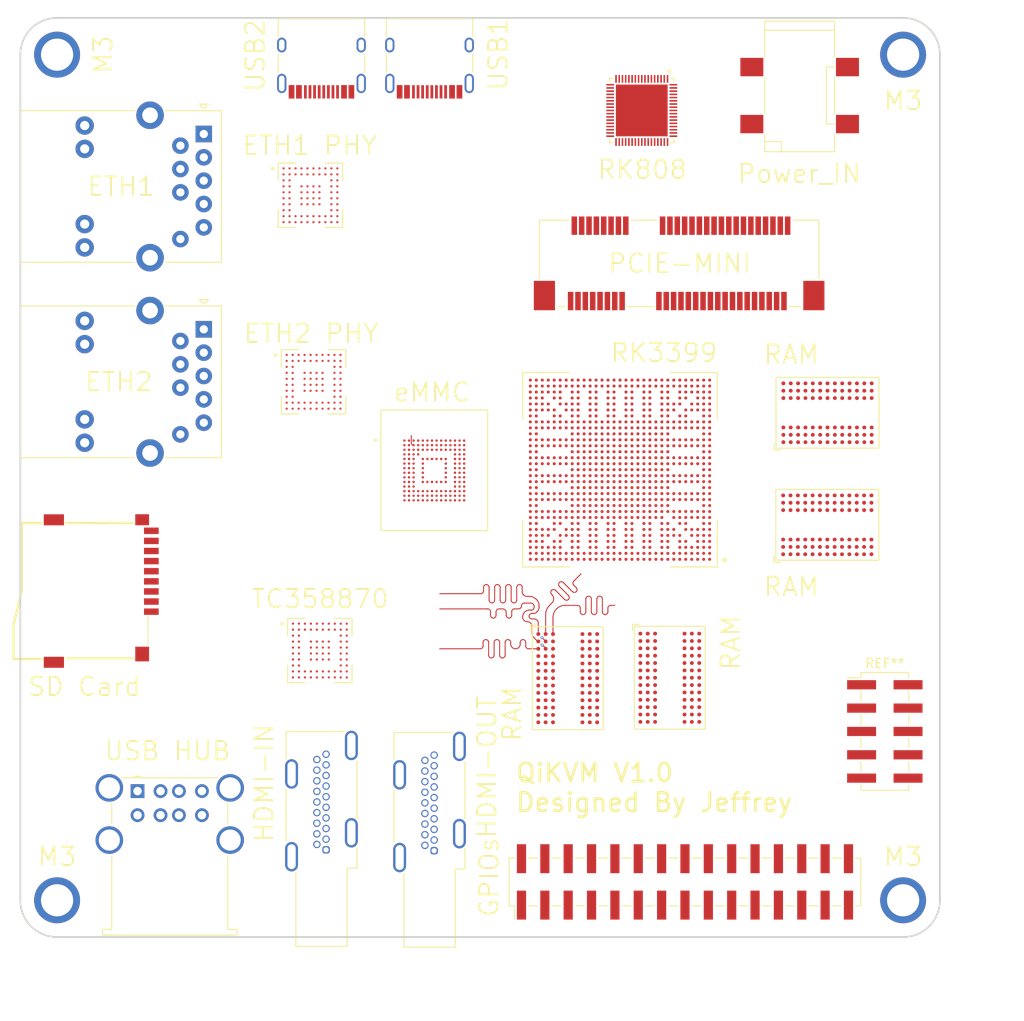
<source format=kicad_pcb>
(kicad_pcb (version 20221018) (generator pcbnew)
  (layers (0 "F.Cu" signal) (1 "In1.Cu" signal) (2 "In2.Cu" signal) (3 "In3.Cu" signal) (4 "In4.Cu" signal) (31 "B.Cu" signal) (34 "B.Paste" user) (35 "F.Paste" user) (36 "B.SilkS" user "B.Silkscreen") (37 "F.SilkS" user "F.Silkscreen") (38 "B.Mask" user) (39 "F.Mask" user) (44 "Edge.Cuts" user))
  (net 0 "")
  (footprint "Connector_HDMI:HDMI_A_Kycon_KDMIX-SL1-NS-WS-B15_VerticalRightAngle" (layer "F.Cu") (at 114.999999 140.600001)
    (fp_text reference "HDMI-OUT")
    (fp_text value "HDMI_A_Kycon_KDMIX-SL1-NS-WS-B15_VerticalRightAngle")
  )
  (footprint "Connector_RJ:RJ45_Abracon_ARJP11A-MA_Horizontal" (layer "F.Cu") (at 89.949999 83.880001 -90)
    (fp_text reference "ETH2")
    (fp_text value "RJ45_Abracon_ARJP11A-MA_Horizontal")
  )
  (footprint "Connector_HDMI:HDMI_A_Kycon_KDMIX-SL1-NS-WS-B15_VerticalRightAngle" (layer "F.Cu") (at 103.249999 140.505001)
    (fp_text reference "HDMI-IN")
    (fp_text value "HDMI_A_Kycon_KDMIX-SL1-NS-WS-B15_VerticalRightAngle")
  )
  (footprint "zgoolib:TF-SMD_TF-02" (layer "F.Cu") (at 78.949999 112.354001 -90)
    (fp_text reference "SD Card")
    (fp_text value "TF-SMD_TF-02" hide)
  )
  (footprint "Connector_PCBEdge:BUS_PCI_Express_Mini" (layer "F.Cu") (at 141.643999 76.705001)
    (fp_text reference "PCIE-MINI")
    (fp_text value "BUS_PCI_Express_Mini")
  )
  (footprint "zgoolib:RK3399" (layer "F.Cu") (at 135.211999 99.154001 180)
    (fp_text reference "RK3399")
    (fp_text value "BGA828C65P31X31_2100X2100X161N")
  )
  (footprint "zgoolib:TC358870XBG" (layer "F.Cu") (at 101.888999 89.588001)
    (fp_text reference "ETH2 PHY")
    (fp_text value "BGA80C65P10X10_700X700X100N")
  )
  (footprint "Connector_USB:USB_C_Receptacle_HRO_TYPE-C-31-M-12" (layer "F.Cu") (at 114.499999 54.000001 180)
    (fp_text reference "USB1")
    (fp_text value "USB_C_Receptacle_HRO_TYPE-C-31-M-12")
  )
  (footprint "Package_BGA:FBGA-78_7.5x11mm_Layout2x3x13_P0.8mm" (layer "F.Cu") (at 140.627999 121.790001)
    (fp_text reference "RAM")
    (fp_text value "FBGA-78_7.5x11mm_Layout2x3x13_P0.8mm")
  )
  (footprint "Connector_PinHeader_2.54mm:PinHeader_2x15_P2.54mm_Vertical_SMD" (layer "F.Cu") (at 142.278999 144.000001 90)
    (fp_text reference "GPIOs")
    (fp_text value "PinHeader_2x15_P2.54mm_Vertical_SMD")
  )
  (footprint "Package_BGA:FBGA-78_7.5x11mm_Layout2x3x13_P0.8mm" (layer "F.Cu") (at 129.528505 121.836449)
    (fp_text reference "RAM")
    (fp_text value "FBGA-78_7.5x11mm_Layout2x3x13_P0.8mm")
  )
  (footprint "Package_BGA:FBGA-78_7.5x11mm_Layout2x3x13_P0.8mm" (layer "F.Cu") (at 157.778999 92.961001 90)
    (fp_text reference "RAM")
    (fp_text value "FBGA-78_7.5x11mm_Layout2x3x13_P0.8mm")
  )
  (footprint "zgoolib:M3_Whole" (layer "F.Cu") (at 74 54)
    (fp_text reference "M3")
    (fp_text value "M3_Whole")
  )
  (footprint "zgoolib:M3_Whole" (layer "F.Cu") (at 166 146)
    (fp_text reference "M3")
    (fp_text value "M3_Whole")
  )
  (footprint "Package_BGA:FBGA-78_7.5x11mm_Layout2x3x13_P0.8mm" (layer "F.Cu") (at 157.755276 105.15259 90)
    (fp_text reference "RAM")
    (fp_text value "FBGA-78_7.5x11mm_Layout2x3x13_P0.8mm")
  )
  (footprint "zgoolib:M3_Whole" (layer "F.Cu") (at 166 54)
    (fp_text reference "M3")
    (fp_text value "M3_Whole")
  )
  (footprint "zgoolib:M3_Whole" (layer "F.Cu") (at 74 146)
    (fp_text reference "M3")
    (fp_text value "M3_Whole")
  )
  (footprint "zgoolib:TC358870XBG" (layer "F.Cu") (at 102.568999 118.828001)
    (fp_text reference "TC358870")
    (fp_text value "BGA80C65P10X10_700X700X100N")
  )
  (footprint "Connector_USB:USB_C_Receptacle_HRO_TYPE-C-31-M-12" (layer "F.Cu") (at 102.749999 54.000001 180)
    (fp_text reference "USB2")
    (fp_text value "USB_C_Receptacle_HRO_TYPE-C-31-M-12")
  )
  (footprint "Connector_USB:USB_A_Wuerth_61400826021_Horizontal_Stacked" (layer "F.Cu") (at 82.749999 134.120001)
    (fp_text reference "USB HUB")
    (fp_text value "USB_A_Wuerth_61400826021_Horizontal_Stacked")
  )
  (footprint "zgoolib:FBGA-153" (layer "F.Cu") (at 115.017999 99.236001)
    (fp_text reference "eMMC")
    (fp_text value "BGA153C50P14X14_1150X1300X100N")
  )
  (footprint "zgoolib:RK808D" (layer "F.Cu") (at 137.579999 60.068001 -90)
    (fp_text reference "RK808")
    (fp_text value "QFN35P700X700X80-69N")
  )
  (footprint "zgoolib:DC-05_SMD" (layer "F.Cu") (at 154.749999 59.450001 -90)
    (fp_text reference "Power_IN")
    (fp_text value "DC-05_SMD")
  )
  (footprint "Connector_PinHeader_2.54mm:PinHeader_2x05_P2.54mm_Vertical_SMD" (layer "F.Cu") (at 164.010999 127.632001)
    (fp_text reference "REF**")
    (fp_text value "PinHeader_2x05_P2.54mm_Vertical_SMD")
  )
  (footprint "zgoolib:TC358870XBG" (layer "F.Cu") (at 101.552999 69.298001)
    (fp_text reference "ETH1 PHY")
    (fp_text value "BGA80C65P10X10_700X700X100N")
  )
  (footprint "Connector_RJ:RJ45_Abracon_ARJP11A-MA_Horizontal" (layer "F.Cu") (at 89.949999 62.630001 -90)
    (fp_text reference "ETH1")
    (fp_text value "RJ45_Abracon_ARJP11A-MA_Horizontal")
  )
  (gr_line (start 74 50) (end 166 50) (stroke (width 0.2)) (layer "Edge.Cuts"))
  (gr_line (start 74 150) (end 166 150) (stroke (width 0.2)) (layer "Edge.Cuts"))
  (gr_line (start 170 146) (end 170 54) (stroke (width 0.2)) (layer "Edge.Cuts"))
  (gr_arc (start 70 54) (mid 71.171573 51.171573) (end 74 50) (stroke (width 0.2)) (layer "Edge.Cuts"))
  (gr_arc (start 170 146) (mid 168.828427 148.828427) (end 166 150) (stroke (width 0.2)) (layer "Edge.Cuts"))
  (gr_arc (start 166 50) (mid 168.828427 51.171573) (end 170 54) (stroke (width 0.2)) (layer "Edge.Cuts"))
  (gr_line (start 70 146) (end 70 54) (stroke (width 0.2)) (layer "Edge.Cuts"))
  (gr_arc (start 74 150) (mid 71.171573 148.828427) (end 70 146) (stroke (width 0.2)) (layer "Edge.Cuts"))
  (gr_text "QiKVM V1.0\nDesigned By Jeffrey\n" (at 123.736999 136.522001) (layer "F.SilkS") (effects (font (size 2 2) (thickness 0.3) bold) (justify left bottom)))
  (segment (start 125.302394 114.426235) (end 125.595944 114.426235) (width 0.1016) (layer "F.Cu") (net 0))
  (segment (start 128.196423 112.27663) (end 129.186371 113.266577) (width 0.1016) (layer "F.Cu") (net 0))
  (segment (start 130.176323 111.286674) (end 130.176324 111.286675) (width 0.1016) (layer "F.Cu") (net 0))
  (segment (start 129.044954 111.4281) (end 129.044954 111.428099) (width 0.1016) (layer "F.Cu") (net 0))
  (segment (start 121.579999 113.346001) (end 121.579999 111.946001) (width 0.1016) (layer "F.Cu") (net 0))
  (segment (start 120.325988 117.936449) (end 120.325988 118.336449) (width 0.1016) (layer "F.Cu") (net 0))
  (segment (start 129.044954 111.428099) (end 130.034902 112.418046) (width 0.1016) (layer "F.Cu") (net 0))
  (segment (start 126.099999 113.250001) (end 126.162512 113.312513) (width 0.1016) (layer "F.Cu") (net 0))
  (segment (start 120.379999 112.346001) (end 120.379999 111.946001) (width 0.1016) (layer "F.Cu") (net 0))
  (segment (start 131.494999 114.616001) (end 131.494999 114.216001) (width 0.1016) (layer "F.Cu") (net 0))
  (segment (start 122.779999 113.346001) (end 122.779999 111.946001) (width 0.1016) (layer "F.Cu") (net 0))
  (segment (start 127.928505 117.036449) (end 127.928505 115.215594) (width 0.1016) (layer "F.Cu") (net 0))
  (segment (start 126.328505 118.636449) (end 125.260999 118.636449) (width 0.1016) (layer "F.Cu") (net 0))
  (segment (start 131.494999 114.216001) (end 131.494999 113.216001) (width 0.1016) (layer "F.Cu") (net 0))
  (segment (start 127.546999 113.916001) (end 127.814288 113.648712) (width 0.1016) (layer "F.Cu") (net 0))
  (segment (start 121.133044 114.997001) (end 121.133044 114.597001) (width 0.1016) (layer "F.Cu") (net 0))
  (segment (start 132.694999 114.616001) (end 132.694999 113.916001) (width 0.1016) (layer "F.Cu") (net 0))
  (segment (start 125.879999 114.10858) (end 125.879999 114.021422) (width 0.1016) (layer "F.Cu") (net 0))
  (segment (start 127.814288 112.743026) (end 127.772157 112.700895) (width 0.1016) (layer "F.Cu") (net 0))
  (segment (start 120.025988 118.636449) (end 115.608999 118.636449) (width 0.1016) (layer "F.Cu") (net 0))
  (segment (start 132.694999 113.916001) (end 132.694999 113.216001) (width 0.1016) (layer "F.Cu") (net 0))
  (segment (start 120.979999 111.946001) (end 120.979999 113.346001) (width 0.1016) (layer "F.Cu") (net 0))
  (segment (start 122.125988 119.336449) (end 122.125988 117.936449) (width 0.1016) (layer "F.Cu") (net 0))
  (segment (start 126.409999 113.910001) (end 126.409999 114.107159) (width 0.1016) (layer "F.Cu") (net 0))
  (segment (start 125.828505 114.794001) (end 125.628505 114.794001) (width 0.1016) (layer "F.Cu") (net 0))
  (segment (start 124.960999 118.336449) (end 124.960999 117.936449) (width 0.1016) (layer "F.Cu") (net 0))
  (segment (start 126.209999 114.590001) (end 126.131507 114.668493) (width 0.1016) (layer "F.Cu") (net 0))
  (segment (start 122.836999 114.997001) (end 122.836999 114.675397) (width 0.1016) (layer "F.Cu") (net 0))
  (segment (start 130.176324 111.286675) (end 130.975999 110.487001) (width 0.1016) (layer "F.Cu") (net 0))
  (segment (start 122.725988 117.936449) (end 122.725988 119.336449) (width 0.1016) (layer "F.Cu") (net 0))
  (segment (start 130.894999 114.216001) (end 130.894999 114.616001) (width 0.1016) (layer "F.Cu") (net 0))
  (segment (start 124.699999 112.750001) (end 124.734435 112.784438) (width 0.1016) (layer "F.Cu") (net 0))
  (segment (start 125.641999 116.964001) (end 125.641999 116.201989) (width 0.1016) (layer "F.Cu") (net 0))
  (segment (start 124.172289 114.297001) (end 123.736999 114.297001) (width 0.1016) (layer "F.Cu") (net 0))
  (segment (start 133.894999 114.616001) (end 133.894999 114.216001) (width 0.1016) (layer "F.Cu") (net 0))
  (segment (start 122.179999 111.946001) (end 122.179999 113.346001) (width 0.1016) (layer "F.Cu") (net 0))
  (segment (start 121.525988 117.936449) (end 121.525988 119.336449) (width 0.1016) (layer "F.Cu") (net 0))
  (segment (start 120.833044 114.297001) (end 115.608999 114.297001) (width 0.1016) (layer "F.Cu") (net 0))
  (segment (start 124.360999 117.936449) (end 124.360999 118.125954) (width 0.1016) (layer "F.Cu") (net 0))
  (segment (start 123.979999 113.346001) (end 123.979999 111.946001) (width 0.1016) (layer "F.Cu") (net 0))
  (segment (start 126.328505 115.842949) (end 126.328505 117.036449) (width 0.1016) (layer "F.Cu") (net 0))
  (segment (start 126.74322 117.430001) (end 127.12094 117.807721) (width 0.1016) (layer "F.Cu") (net 0))
  (segment (start 112.519999 96.238001) (end 112.519999 95.800001) (width 0.1016) (layer "F.Cu") (net 0))
  (segment (start 126.794405 118.282353) (end 126.830558 118.282353) (width 0.1016) (layer "F.Cu") (net 0))
  (segment (start 123.436999 114.597001) (end 123.436999 114.997001) (width 0.1016) (layer "F.Cu") (net 0))
  (segment (start 123.325988 118.111937) (end 123.325988 117.936449) (width 0.1016) (layer "F.Cu") (net 0))
  (segment (start 126.212322 117.788325) (end 125.821555 117.397557) (width 0.1016) (layer "F.Cu") (net 0))
  (segment (start 130.459166 111.993781) (end 130.176323 111.710938) (width 0.1016) (layer "F.Cu") (net 0))
  (segment (start 121.733044 114.628774) (end 121.733044 114.997001) (width 0.1016) (layer "F.Cu") (net 0))
  (segment (start 125.109999 112.940001) (end 125.351593 112.940001) (width 0.1016) (layer "F.Cu") (net 0))
  (segment (start 126.729999 117.430001) (end 126.74322 117.430001) (width 0.1016) (layer "F.Cu") (net 0))
  (segment (start 132.094999 113.916001) (end 132.094999 114.616001) (width 0.1016) (layer "F.Cu") (net 0))
  (segment (start 133.294999 113.916001) (end 133.294999 114.616001) (width 0.1016) (layer "F.Cu") (net 0))
  (segment (start 126.744234 118.232182) (end 126.794405 118.282353) (width 0.1016) (layer "F.Cu") (net 0))
  (segment (start 129.228814 113.916001) (end 129.324999 113.916001) (width 0.1016) (layer "F.Cu") (net 0))
  (segment (start 115.608999 112.646001) (end 120.079999 112.646001) (width 0.1016) (layer "F.Cu") (net 0))
  (segment (start 120.925988 119.336449) (end 120.925988 117.936449) (width 0.1016) (layer "F.Cu") (net 0))
  (segment (start 112.519999 95.800001) (end 112.519999 95.430001) (width 0.1016) (layer "F.Cu") (net 0))
  (segment (start 125.498956 113.663589) (end 124.758705 113.663589) (width 0.1016) (layer "F.Cu") (net 0))
  (segment (start 133.294999 113.216001) (end 133.294999 113.916001) (width 0.1016) (layer "F.Cu") (net 0))
  (segment (start 126.874802 118.323804) (end 126.911999 118.361001) (width 0.1016) (layer "F.Cu") (net 0))
  (segment (start 126.911999 118.361001) (end 127.086827 118.535828) (width 0.1016) (layer "F.Cu") (net 0))
  (segment (start 129.610635 112.842311) (end 129.610635 112.842312) (width 0.1016) (layer "F.Cu") (net 0))
  (segment (start 124.579999 111.946001) (end 124.579999 112.460296) (width 0.1016) (layer "F.Cu") (net 0))
  (segment (start 127.128505 117.036449) (end 127.128505 114.926334) (width 0.1016) (layer "F.Cu") (net 0))
  (segment (start 129.324999 113.916001) (end 130.594999 113.916001) (width 0.1016) (layer "F.Cu") (net 0))
  (segment (start 125.628505 115.394001) (end 125.879562 115.394003) (width 0.1016) (layer "F.Cu") (net 0))
  (segment (start 132.094999 113.216001) (end 132.094999 113.916001) (width 0.1016) (layer "F.Cu") (net 0))
  (segment (start 130.459166 111.99378) (end 130.459166 111.993781) (width 0.1016) (layer "F.Cu") (net 0))
  (segment (start 123.379999 111.946001) (end 123.379999 113.346001) (width 0.1016) (layer "F.Cu") (net 0))
  (segment (start 129.610635 112.842312) (end 128.620688 111.852364) (width 0.1016) (layer "F.Cu") (net 0))
  (segment (start 128.196423 112.276631) (end 128.196423 112.27663) (width 0.1016) (layer "F.Cu") (net 0))
  (segment (start 122.458572 114.296993) (end 122.064783 114.297016) (width 0.1016) (layer "F.Cu") (net 0))
  (segment (start 134.194999 113.916001) (end 134.658999 113.916001) (width 0.1016) (layer "F.Cu") (net 0))
  (via (at 126.729999 117.430001) (size 0.3) (drill 0.15) (layers "F.Cu" "B.Cu") (net 0))
  (via (at 126.744234 118.232182) (size 0.3) (drill 0.15) (layers "F.Cu" "B.Cu") (net 0))
  (arc (start 122.425988 119.636449) (mid 122.213856 119.548581) (end 122.125988 119.336449) (width 0.1016) (layer "F.Cu") (net 0))
  (arc (start 130.459166 112.418046) (mid 130.547034 112.205913) (end 130.459166 111.99378) (width 0.1016) (layer "F.Cu") (net 0))
  (arc (start 125.595944 114.426235) (mid 125.695557 114.406421) (end 125.779999 114.350001) (width 0.1016) (layer "F.Cu") (net 0))
  (arc (start 131.794999 112.916001) (mid 132.007131 113.003869) (end 132.094999 113.216001) (width 0.1016) (layer "F.Cu") (net 0))
  (arc (start 125.879999 114.021422) (mid 125.85401 113.890766) (end 125.779999 113.780001) (width 0.1016) (layer "F.Cu") (net 0))
  (arc (start 130.894999 114.616001) (mid 130.982867 114.828133) (end 131.194999 114.916001) (width 0.1016) (layer "F.Cu") (net 0))
  (arc (start 126.409999 114.107159) (mid 126.358021 114.368471) (end 126.209999 114.590001) (width 0.1016) (layer "F.Cu") (net 0))
  (arc (start 122.836999 114.675397) (mid 122.726159 114.407817) (end 122.458572 114.296993) (width 0.1016) (layer "F.Cu") (net 0))
  (arc (start 130.594999 113.916001) (mid 130.807131 114.003869) (end 130.894999 114.216001) (width 0.1016) (layer "F.Cu") (net 0))
  (arc (start 124.360999 118.125954) (mid 124.211478 118.486928) (end 123.8505 118.636449) (width 0.1016) (layer "F.Cu") (net 0))
  (arc (start 123.736999 114.297001) (mid 123.524867 114.384869) (end 123.436999 114.597001) (width 0.1016) (layer "F.Cu") (net 0))
  (arc (start 124.579999 112.460296) (mid 124.611186 112.617084) (end 124.699999 112.750001) (width 0.1016) (layer "F.Cu") (net 0))
  (arc (start 128.308999 114.297001) (mid 128.731013 114.01502) (end 129.228814 113.916001) (width 0.1016) (layer "F.Cu") (net 0))
  (arc (start 125.351593 112.940001) (mid 125.756628 113.020568) (end 126.099999 113.250001) (width 0.1016) (layer "F.Cu") (net 0))
  (arc (start 120.679999 111.646001) (mid 120.892131 111.733869) (end 120.979999 111.946001) (width 0.1016) (layer "F.Cu") (net 0))
  (arc (start 123.136999 115.297001) (mid 122.924867 115.209133) (end 122.836999 114.997001) (width 0.1016) (layer "F.Cu") (net 0))
  (arc (start 125.328505 115.094001) (mid 125.416373 115.306133) (end 125.628505 115.394001) (width 0.1016) (layer "F.Cu") (net 0))
  (arc (start 125.821555 117.397557) (mid 125.688665 117.198672) (end 125.641999 116.964001) (width 0.1016) (layer "F.Cu") (net 0))
  (arc (start 127.772157 112.276631) (mid 127.984291 112.188762) (end 128.196423 112.276631) (width 0.1016) (layer "F.Cu") (net 0))
  (arc (start 126.328505 117.836449) (mid 126.265627 117.823942) (end 126.212322 117.788325) (width 0.1016) (layer "F.Cu") (net 0))
  (arc (start 120.625988 117.636449) (mid 120.413856 117.724317) (end 120.325988 117.936449) (width 0.1016) (layer "F.Cu") (net 0))
  (arc (start 131.194999 114.916001) (mid 131.407131 114.828133) (end 131.494999 114.616001) (width 0.1016) (layer "F.Cu") (net 0))
  (arc (start 121.733044 114.997001) (mid 121.645176 115.209133) (end 121.433044 115.297001) (width 0.1016) (layer "F.Cu") (net 0))
  (arc (start 127.12094 117.807721) (mid 127.126339 117.821768) (end 127.128505 117.836449) (width 0.1016) (layer "F.Cu") (net 0))
  (arc (start 127.814288 113.648712) (mid 128.001862 113.195869) (end 127.814288 112.743026) (width 0.1016) (layer "F.Cu") (net 0))
  (arc (start 123.325988 117.936449) (mid 123.23812 117.724317) (end 123.025988 117.636449) (width 0.1016) (layer "F.Cu") (net 0))
  (arc (start 120.925988 117.936449) (mid 120.83812 117.724317) (end 120.625988 117.636449) (width 0.1016) (layer "F.Cu") (net 0))
  (arc (start 125.879562 115.394003) (mid 126.197013 115.525497) (end 126.328505 115.842949) (width 0.1016) (layer "F.Cu") (net 0))
  (arc (start 125.134003 115.694001) (mid 124.774791 115.545211) (end 124.625999 115.186001) (width 0.1016) (layer "F.Cu") (net 0))
  (arc (start 133.894999 114.216001) (mid 133.982867 114.003869) (end 134.194999 113.916001) (width 0.1016) (layer "F.Cu") (net 0))
  (arc (start 121.579999 111.946001) (mid 121.667867 111.733869) (end 121.879999 111.646001) (width 0.1016) (layer "F.Cu") (net 0))
  (arc (start 127.128505 114.926334) (mid 127.237268 114.379546) (end 127.546999 113.916001) (width 0.1016) (layer "F.Cu") (net 0))
  (arc (start 125.779999 114.350001) (mid 125.85401 114.239236) (end 125.879999 114.10858) (width 0.1016) (layer "F.Cu") (net 0))
  (arc (start 121.825988 117.636449) (mid 121.613856 117.724317) (end 121.525988 117.936449) (width 0.1016) (layer "F.Cu") (net 0))
  (arc (start 123.979999 111.946001) (mid 124.067867 111.733869) (end 124.279999 111.646001) (width 0.1016) (layer "F.Cu") (net 0))
  (arc (start 130.034902 112.418046) (mid 130.247034 112.505914) (end 130.459166 112.418046) (width 0.1016) (layer "F.Cu") (net 0))
  (arc (start 124.498999 113.970282) (mid 124.403308 114.20131) (end 124.172289 114.297001) (width 0.1016) (layer "F.Cu") (net 0))
  (arc (start 132.094999 114.616001) (mid 132.182867 114.828133) (end 132.394999 114.916001) (width 0.1016) (layer "F.Cu") (net 0))
  (arc (start 126.131507 114.668493) (mid 125.992489 114.761382) (end 125.828505 114.794001) (width 0.1016) (layer "F.Cu") (net 0))
  (arc (start 125.260999 118.636449) (mid 125.048867 118.548581) (end 124.960999 118.336449) (width 0.1016) (layer "F.Cu") (net 0))
  (arc (start 124.625999 115.186001) (mid 124.819819 114.678244) (end 125.302394 114.426235) (width 0.1016) (layer "F.Cu") (net 0))
  (arc (start 112.767999 96.486001) (mid 112.592637 96.413363) (end 112.519999 96.238001) (width 0.1016) (layer "F.Cu") (net 0))
  (arc (start 132.994999 112.916001) (mid 133.207131 113.003869) (end 133.294999 113.216001) (width 0.1016) (layer "F.Cu") (net 0))
  (arc (start 123.025988 117.636449) (mid 122.813856 117.724317) (end 122.725988 117.936449) (width 0.1016) (layer "F.Cu") (net 0))
  (arc (start 122.779999 111.946001) (mid 122.867867 111.733869) (end 123.079999 111.646001) (width 0.1016) (layer "F.Cu") (net 0))
  (arc (start 121.433044 115.297001) (mid 121.220912 115.209133) (end 121.133044 114.997001) (width 0.1016) (layer "F.Cu") (net 0))
  (arc (start 123.436999 114.997001) (mid 123.349131 115.209133) (end 123.136999 115.297001) (width 0.1016) (layer "F.Cu") (net 0))
  (arc (start 133.294999 114.616001) (mid 133.382867 114.828133) (end 133.594999 114.916001) (width 0.1016) (layer "F.Cu") (net 0))
  (arc (start 121.133044 114.597001) (mid 121.045176 114.384869) (end 120.833044 114.297001) (width 0.1016) (layer "F.Cu") (net 0))
  (arc (start 124.660999 117.636449) (mid 124.448867 117.724317) (end 124.360999 117.936449) (width 0.1016) (layer "F.Cu") (net 0))
  (arc (start 120.325988 118.336449) (mid 120.23812 118.548581) (end 120.025988 118.636449) (width 0.1016) (layer "F.Cu") (net 0))
  (arc (start 126.830558 118.282353) (mid 126.852508 118.303597) (end 126.874802 118.323804) (width 0.1016) (layer "F.Cu") (net 0))
  (arc (start 130.176323 111.710938) (mid 130.088455 111.498806) (end 130.176323 111.286674) (width 0.1016) (layer "F.Cu") (net 0))
  (arc (start 120.379999 111.946001) (mid 120.467867 111.733869) (end 120.679999 111.646001) (width 0.1016) (layer "F.Cu") (net 0))
  (arc (start 122.479999 113.646001) (mid 122.692131 113.558133) (end 122.779999 113.346001) (width 0.1016) (layer "F.Cu") (net 0))
  (arc (start 123.8505 118.636449) (mid 123.479614 118.482823) (end 123.325988 118.111937) (width 0.1016) (layer "F.Cu") (net 0))
  (arc (start 124.734435 112.784438) (mid 124.906745 112.899571) (end 125.109999 112.940001) (width 0.1016) (layer "F.Cu") (net 0))
  (arc (start 125.628505 114.794001) (mid 125.416373 114.881869) (end 125.328505 115.094001) (width 0.1016) (layer "F.Cu") (net 0))
  (arc (start 124.279999 111.646001) (mid 124.492131 111.733869) (end 124.579999 111.946001) (width 0.1016) (layer "F.Cu") (net 0))
  (arc (start 127.772157 112.700895) (mid 127.684289 112.488763) (end 127.772157 112.276631) (width 0.1016) (layer "F.Cu") (net 0))
  (arc (start 127.928505 115.215594) (mid 128.027392 114.718455) (end 128.308999 114.297001) (width 0.1016) (layer "F.Cu") (net 0))
  (arc (start 132.394999 114.916001) (mid 132.607131 114.828133) (end 132.694999 114.616001) (width 0.1016) (layer "F.Cu") (net 0))
  (arc (start 122.125988 117.936449) (mid 122.03812 117.724317) (end 121.825988 117.636449) (width 0.1016) (layer "F.Cu") (net 0))
  (arc (start 123.079999 111.646001) (mid 123.292131 111.733869) (end 123.379999 111.946001) (width 0.1016) (layer "F.Cu") (net 0))
  (arc (start 120.079999 112.646001) (mid 120.292131 112.558133) (end 120.379999 112.346001) (width 0.1016) (layer "F.Cu") (net 0))
  (arc (start 121.279999 113.646001) (mid 121.492131 113.558133) (end 121.579999 113.346001) (width 0.1016) (layer "F.Cu") (net 0))
  (arc (start 125.779999 113.780001) (mid 125.651056 113.693844) (end 125.498956 113.663589) (width 0.1016) (layer "F.Cu") (net 0))
  (arc (start 127.086827 118.535828) (mid 127.117673 118.581994) (end 127.128505 118.636449) (width 0.1016) (layer "F.Cu") (net 0))
  (arc (start 128.620688 111.852364) (mid 128.53282 111.640232) (end 128.620688 111.4281) (width 0.1016) (layer "F.Cu") (net 0))
  (arc (start 129.610635 113.266577) (mid 129.698503 113.054444) (end 129.610635 112.842311) (width 0.1016) (layer "F.Cu") (net 0))
  (arc (start 131.494999 113.216001) (mid 131.582867 113.003869) (end 131.794999 112.916001) (width 0.1016) (layer "F.Cu") (net 0))
  (arc (start 124.758705 113.663589) (mid 124.572867 113.770074) (end 124.498999 113.970282) (width 0.1016) (layer "F.Cu") (net 0))
  (arc (start 121.879999 111.646001) (mid 122.092131 111.733869) (end 122.179999 111.946001) (width 0.1016) (layer "F.Cu") (net 0))
  (arc (start 125.641999 116.201989) (mid 125.493213 115.842787) (end 125.134003 115.694001) (width 0.1016) (layer "F.Cu") (net 0))
  (arc (start 124.960999 117.936449) (mid 124.873131 117.724317) (end 124.660999 117.636449) (width 0.1016) (layer "F.Cu") (net 0))
  (arc (start 128.620688 111.4281) (mid 128.832822 111.340231) (end 129.044954 111.4281) (width 0.1016) (layer "F.Cu") (net 0))
  (arc (start 122.064783 114.297016) (mid 121.830207 114.394192) (end 121.733044 114.628774) (width 0.1016) (layer "F.Cu") (net 0))
  (arc (start 123.679999 113.646001) (mid 123.892131 113.558133) (end 123.979999 113.346001) (width 0.1016) (layer "F.Cu") (net 0))
  (arc (start 120.979999 113.346001) (mid 121.067867 113.558133) (end 121.279999 113.646001) (width 0.1016) (layer "F.Cu") (net 0))
  (arc (start 132.694999 113.216001) (mid 132.782867 113.003869) (end 132.994999 112.916001) (width 0.1016) (layer "F.Cu") (net 0))
  (arc (start 122.179999 113.346001) (mid 122.267867 113.558133) (end 122.479999 113.646001) (width 0.1016) (layer "F.Cu") (net 0))
  (arc (start 121.225988 119.636449) (mid 121.013856 119.548581) (end 120.925988 119.336449) (width 0.1016) (layer "F.Cu") (net 0))
  (arc (start 129.186371 113.266577) (mid 129.398503 113.354445) (end 129.610635 113.266577) (width 0.1016) (layer "F.Cu") (net 0))
  (arc (start 123.379999 113.346001) (mid 123.467867 113.558133) (end 123.679999 113.646001) (width 0.1016) (layer "F.Cu") (net 0))
  (arc (start 133.594999 114.916001) (mid 133.807131 114.828133) (end 133.894999 114.616001) (width 0.1016) (layer "F.Cu") (net 0))
  (arc (start 122.725988 119.336449) (mid 122.63812 119.548581) (end 122.425988 119.636449) (width 0.1016) (layer "F.Cu") (net 0))
  (arc (start 121.525988 119.336449) (mid 121.43812 119.548581) (end 121.225988 119.636449) (width 0.1016) (layer "F.Cu") (net 0))
  (arc (start 126.162512 113.312513) (mid 126.345679 113.586643) (end 126.409999 113.910001) (width 0.1016) (layer "F.Cu") (net 0))
)
</source>
